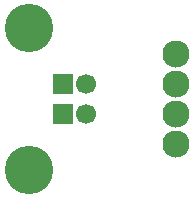
<source format=gbr>
%TF.GenerationSoftware,KiCad,Pcbnew,(5.1.6)-1*%
%TF.CreationDate,2022-04-05T12:30:06-05:00*%
%TF.ProjectId,usb_connector,7573625f-636f-46e6-9e65-63746f722e6b,rev?*%
%TF.SameCoordinates,Original*%
%TF.FileFunction,Soldermask,Bot*%
%TF.FilePolarity,Negative*%
%FSLAX46Y46*%
G04 Gerber Fmt 4.6, Leading zero omitted, Abs format (unit mm)*
G04 Created by KiCad (PCBNEW (5.1.6)-1) date 2022-04-05 12:30:06*
%MOMM*%
%LPD*%
G01*
G04 APERTURE LIST*
%ADD10C,1.700000*%
%ADD11R,1.700000X1.700000*%
%ADD12C,4.100000*%
%ADD13C,2.300000*%
G04 APERTURE END LIST*
D10*
%TO.C,J1*%
X10160000Y15610000D03*
X10160000Y18110000D03*
D11*
X8160000Y18110000D03*
X8160000Y15610000D03*
D12*
X5300000Y22860000D03*
X5300000Y10860000D03*
%TD*%
D13*
%TO.C,J2*%
X17780000Y20700000D03*
X17780000Y18160000D03*
X17780000Y15620000D03*
X17780000Y13080000D03*
%TD*%
M02*

</source>
